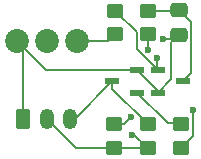
<source format=gbr>
%TF.GenerationSoftware,KiCad,Pcbnew,8.0.6*%
%TF.CreationDate,2024-10-24T14:04:09-05:00*%
%TF.ProjectId,FanPWMtoRotorLock,46616e50-574d-4746-9f52-6f746f724c6f,rev?*%
%TF.SameCoordinates,Original*%
%TF.FileFunction,Copper,L1,Top*%
%TF.FilePolarity,Positive*%
%FSLAX46Y46*%
G04 Gerber Fmt 4.6, Leading zero omitted, Abs format (unit mm)*
G04 Created by KiCad (PCBNEW 8.0.6) date 2024-10-24 14:04:09*
%MOMM*%
%LPD*%
G01*
G04 APERTURE LIST*
G04 Aperture macros list*
%AMRoundRect*
0 Rectangle with rounded corners*
0 $1 Rounding radius*
0 $2 $3 $4 $5 $6 $7 $8 $9 X,Y pos of 4 corners*
0 Add a 4 corners polygon primitive as box body*
4,1,4,$2,$3,$4,$5,$6,$7,$8,$9,$2,$3,0*
0 Add four circle primitives for the rounded corners*
1,1,$1+$1,$2,$3*
1,1,$1+$1,$4,$5*
1,1,$1+$1,$6,$7*
1,1,$1+$1,$8,$9*
0 Add four rect primitives between the rounded corners*
20,1,$1+$1,$2,$3,$4,$5,0*
20,1,$1+$1,$4,$5,$6,$7,0*
20,1,$1+$1,$6,$7,$8,$9,0*
20,1,$1+$1,$8,$9,$2,$3,0*%
G04 Aperture macros list end*
%TA.AperFunction,ComponentPad*%
%ADD10RoundRect,0.250000X-0.350000X-0.625000X0.350000X-0.625000X0.350000X0.625000X-0.350000X0.625000X0*%
%TD*%
%TA.AperFunction,ComponentPad*%
%ADD11O,1.200000X1.750000*%
%TD*%
%TA.AperFunction,SMDPad,CuDef*%
%ADD12RoundRect,0.250000X0.450000X-0.350000X0.450000X0.350000X-0.450000X0.350000X-0.450000X-0.350000X0*%
%TD*%
%TA.AperFunction,SMDPad,CuDef*%
%ADD13R,1.300000X0.600000*%
%TD*%
%TA.AperFunction,SMDPad,CuDef*%
%ADD14RoundRect,0.250000X-0.475000X0.337500X-0.475000X-0.337500X0.475000X-0.337500X0.475000X0.337500X0*%
%TD*%
%TA.AperFunction,ComponentPad*%
%ADD15C,2.020000*%
%TD*%
%TA.AperFunction,ViaPad*%
%ADD16C,0.600000*%
%TD*%
%TA.AperFunction,Conductor*%
%ADD17C,0.200000*%
%TD*%
G04 APERTURE END LIST*
D10*
%TO.P,J2,1*%
%TO.N,Net-(Q2-E)*%
X119033475Y-86593723D03*
D11*
%TO.P,J2,2*%
%TO.N,Net-(U1-R)*%
X121033475Y-86593723D03*
%TO.P,J2,3*%
%TO.N,Net-(Q2-C)*%
X123033475Y-86593723D03*
%TD*%
D12*
%TO.P,R4,1*%
%TO.N,Net-(U1-DIS)*%
X129650000Y-79450000D03*
%TO.P,R4,2*%
%TO.N,Net-(Q3-E)*%
X129650000Y-77450000D03*
%TD*%
D13*
%TO.P,Q2,1,B*%
%TO.N,Net-(Q2-B)*%
X128700000Y-84400000D03*
%TO.P,Q2,2,E*%
%TO.N,Net-(Q2-E)*%
X128700000Y-82500000D03*
%TO.P,Q2,3,C*%
%TO.N,Net-(Q2-C)*%
X126600000Y-83450000D03*
%TD*%
D12*
%TO.P,R3,1*%
%TO.N,Net-(U1-R)*%
X126700000Y-89100000D03*
%TO.P,R3,2*%
%TO.N,Net-(U1-DIS)*%
X126700000Y-87100000D03*
%TD*%
D14*
%TO.P,C1,1*%
%TO.N,Net-(Q3-E)*%
X132200000Y-77412500D03*
%TO.P,C1,2*%
%TO.N,Net-(Q2-E)*%
X132200000Y-79487500D03*
%TD*%
D15*
%TO.P,J1,1*%
%TO.N,Net-(Q2-E)*%
X118500000Y-80000000D03*
%TO.P,J1,2*%
%TO.N,Net-(U1-R)*%
X121040000Y-80000000D03*
%TO.P,J1,3*%
%TO.N,Net-(J1-Pad3)*%
X123580000Y-80000000D03*
%TD*%
D13*
%TO.P,Q3,1,B*%
%TO.N,Net-(Q3-B)*%
X130450000Y-82500000D03*
%TO.P,Q3,2,C*%
%TO.N,Net-(Q2-E)*%
X130450000Y-84400000D03*
%TO.P,Q3,3,E*%
%TO.N,Net-(Q3-E)*%
X132550000Y-83450000D03*
%TD*%
D12*
%TO.P,R2,1*%
%TO.N,Net-(J1-Pad3)*%
X126800000Y-79450000D03*
%TO.P,R2,2*%
%TO.N,Net-(Q3-B)*%
X126800000Y-77450000D03*
%TD*%
%TO.P,R5,1*%
%TO.N,Net-(U1-Q)*%
X132400000Y-89100000D03*
%TO.P,R5,2*%
%TO.N,Net-(Q2-B)*%
X132400000Y-87100000D03*
%TD*%
%TO.P,R6,1*%
%TO.N,Net-(U1-R)*%
X129600000Y-89100000D03*
%TO.P,R6,2*%
%TO.N,Net-(Q2-C)*%
X129600000Y-87100000D03*
%TD*%
D16*
%TO.N,Net-(U1-R)*%
X128250000Y-87950000D03*
%TO.N,Net-(U1-DIS)*%
X128150735Y-86499265D03*
X129650000Y-80800000D03*
%TO.N,Net-(U1-Q)*%
X133400000Y-85900000D03*
%TO.N,Net-(Q2-E)*%
X130900000Y-79900000D03*
%TO.N,Net-(Q3-B)*%
X130350000Y-81450000D03*
%TD*%
D17*
%TO.N,Net-(J1-Pad3)*%
X126250000Y-80000000D02*
X126800000Y-79450000D01*
X123580000Y-80000000D02*
X126250000Y-80000000D01*
%TO.N,Net-(U1-R)*%
X128450000Y-87950000D02*
X129600000Y-89100000D01*
X126700000Y-89100000D02*
X129600000Y-89100000D01*
X128250000Y-87950000D02*
X128450000Y-87950000D01*
X123539752Y-89100000D02*
X121033475Y-86593723D01*
X126700000Y-89100000D02*
X123539752Y-89100000D01*
X129600000Y-89100000D02*
X129900000Y-89100000D01*
%TO.N,Net-(U1-DIS)*%
X126700000Y-87100000D02*
X127550000Y-87100000D01*
X127550000Y-87100000D02*
X128150735Y-86499265D01*
X129650000Y-79450000D02*
X129650000Y-80800000D01*
%TO.N,Net-(U1-Q)*%
X133400000Y-88100000D02*
X133400000Y-85900000D01*
X132400000Y-89100000D02*
X133400000Y-88100000D01*
%TO.N,Net-(Q2-E)*%
X130450000Y-84250000D02*
X130450000Y-84400000D01*
X118500000Y-80000000D02*
X121000000Y-82500000D01*
X131600000Y-80087500D02*
X131600000Y-83250000D01*
X131787500Y-79900000D02*
X132200000Y-79487500D01*
X130900000Y-79900000D02*
X131787500Y-79900000D01*
X121000000Y-82500000D02*
X128700000Y-82500000D01*
X128700000Y-82500000D02*
X130450000Y-84250000D01*
X119033475Y-80533475D02*
X118500000Y-80000000D01*
X119033475Y-86593723D02*
X119033475Y-80533475D01*
X132200000Y-79487500D02*
X131600000Y-80087500D01*
X131600000Y-83250000D02*
X130450000Y-84400000D01*
%TO.N,Net-(Q3-E)*%
X132200000Y-77412500D02*
X133225000Y-78437500D01*
X132162500Y-77450000D02*
X132200000Y-77412500D01*
X133225000Y-78437500D02*
X133225000Y-82775000D01*
X129650000Y-77450000D02*
X132162500Y-77450000D01*
X133225000Y-82775000D02*
X132550000Y-83450000D01*
%TO.N,Net-(Q2-B)*%
X132400000Y-87100000D02*
X132300000Y-87000000D01*
X132300000Y-87000000D02*
X131300000Y-87000000D01*
X131300000Y-87000000D02*
X128700000Y-84400000D01*
%TO.N,Net-(Q2-C)*%
X123456277Y-86593723D02*
X126600000Y-83450000D01*
X126600000Y-83450000D02*
X126600000Y-84100000D01*
X123033475Y-86593723D02*
X123456277Y-86593723D01*
X126600000Y-84100000D02*
X129600000Y-87100000D01*
%TO.N,Net-(Q3-B)*%
X130350000Y-81450000D02*
X130350000Y-82400000D01*
X128650000Y-80700000D02*
X130450000Y-82500000D01*
X130350000Y-82400000D02*
X130450000Y-82500000D01*
X128650000Y-79300000D02*
X128650000Y-80700000D01*
X126800000Y-77450000D02*
X128650000Y-79300000D01*
%TD*%
M02*

</source>
